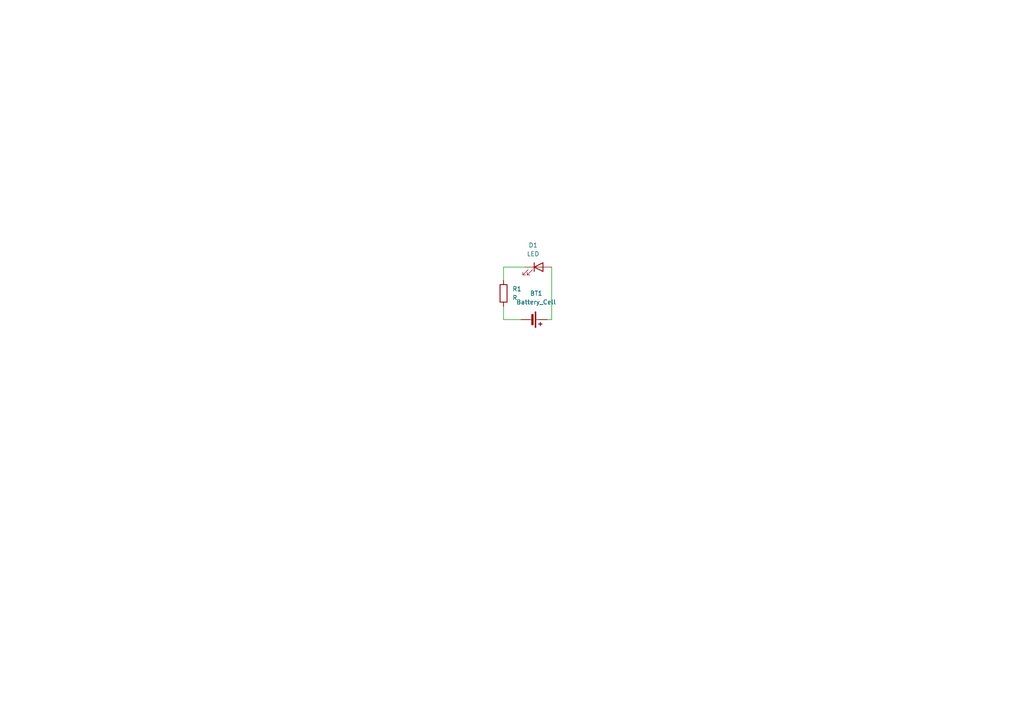
<source format=kicad_sch>
(kicad_sch (version 20231120) (generator "eeschema") (generator_version "8.0")
  (paper "A4")
  (lib_symbols
    (symbol "Device:Battery_Cell" (pin_numbers hide) (pin_names (offset 0) hide)
      (property "Reference" "BT" (at 2.54 2.54 0))
      (property "Value" "Battery_Cell" (at 2.54 0 0))
      (symbol "Battery_Cell_0_1"
        (rectangle (start -2.286 1.778) (end 2.286 1.524) (fill (type outline)))
        (rectangle (start -1.524 1.016) (end 1.524 0.508) (fill (type outline)))
        (polyline (pts (xy 0 0.762) (xy 0 0)))
        (polyline (pts (xy 0 1.778) (xy 0 2.54)))
        (polyline (pts (xy 0.762 3.048) (xy 1.778 3.048)) (stroke (width 0.254)))
        (polyline (pts (xy 1.27 3.556) (xy 1.27 2.54)) (stroke (width 0.254)))
      )
      (symbol "Battery_Cell_1_1"
        (pin passive line (at 0 5.08 270) (length 2.54) (name "+") (number "1"))
        (pin passive line (at 0 -2.54 90) (length 2.54) (name "-") (number "2"))
      )
    )
    (symbol "Device:LED" (pin_numbers hide) (pin_names (offset 1.016) hide)
      (property "Reference" "D" (at 0 2.54 0))
      (property "Value" "LED" (at 0 -2.54 0))
      (symbol "LED_0_1"
        (polyline (pts (xy -1.27 -1.27) (xy -1.27 1.27)) (stroke (width 0.254)))
        (polyline (pts (xy -1.27 0) (xy 1.27 0)))
        (polyline (pts (xy 1.27 -1.27) (xy 1.27 1.27) (xy -1.27 0) (xy 1.27 -1.27)) (stroke (width 0.254)))
        (polyline (pts (xy -3.048 -0.762) (xy -4.572 -2.286) (xy -3.81 -2.286) (xy -4.572 -2.286) (xy -4.572 -1.524)))
        (polyline (pts (xy -1.778 -0.762) (xy -3.302 -2.286) (xy -2.54 -2.286) (xy -3.302 -2.286) (xy -3.302 -1.524)))
      )
      (symbol "LED_1_1"
        (pin passive line (at -3.81 0 0) (length 2.54) (name "K") (number "1"))
        (pin passive line (at 3.81 0 180) (length 2.54) (name "A") (number "2"))
      )
    )
    (symbol "Device:R" (pin_numbers hide) (pin_names (offset 0))
      (property "Reference" "R" (at 2.032 0 90))
      (property "Value" "R" (at 0 0 90))
      (symbol "R_0_1"
        (rectangle (start -1.016 -2.54) (end 1.016 2.54) (stroke (width 0.254)))
      )
      (symbol "R_1_1"
        (pin passive line (at 0 3.81 270) (length 1.27) (name "~") (number "1"))
        (pin passive line (at 0 -3.81 90) (length 1.27) (name "~") (number "2"))
      )
    )
  )
  (wire (pts (xy 146.05 81.28) (xy 146.05 77.47)))
  (wire (pts (xy 146.05 92.71) (xy 146.05 88.9)))
  (wire (pts (xy 160.02 92.71) (xy 158.75 92.71)))
  (wire (pts (xy 160.02 77.47) (xy 160.02 92.71)))
  (wire (pts (xy 151.13 92.71) (xy 146.05 92.71)))
  (wire (pts (xy 146.05 77.47) (xy 152.4 77.47)))
  (symbol (lib_id "Device:Battery_Cell") (at 153.67 92.71 270) (unit 1)
    (property "Reference" "BT1" (at 155.5115 85.09 90))
    (property "Value" "Battery_Cell" (at 155.5115 87.63 90))
    (property "Footprint" "Battery:BatteryHolder_Keystone_2460_1xAA" (effects (hide yes)))
    (property "Description" "Single-cell battery" (effects (hide yes)))
  )
  (symbol (lib_id "Device:R") (at 146.05 85.09 0) (unit 1)
    (property "Reference" "R1" (at 148.59 83.8199 0) (effects (justify left)))
    (property "Value" "R" (at 148.59 86.3599 0) (effects (justify left)))
    (property "Footprint" "Resistor_SMD:R_1812_4532Metric" (effects (hide yes)))
    (property "Description" "Resistor" (effects (hide yes)))
  )
  (symbol (lib_id "Device:LED") (at 156.21 77.47 0) (unit 1)
    (property "Reference" "D1" (at 154.6225 71.12 0))
    (property "Value" "LED" (at 154.6225 73.66 0))
    (property "Footprint" "LED_THT:LED_D1.8mm_W1.8mm_H2.4mm_Horizontal_O3.81mm_Z4.9mm" (effects (hide yes)))
    (property "Description" "Light emitting diode" (effects (hide yes)))
  )
)
</source>
